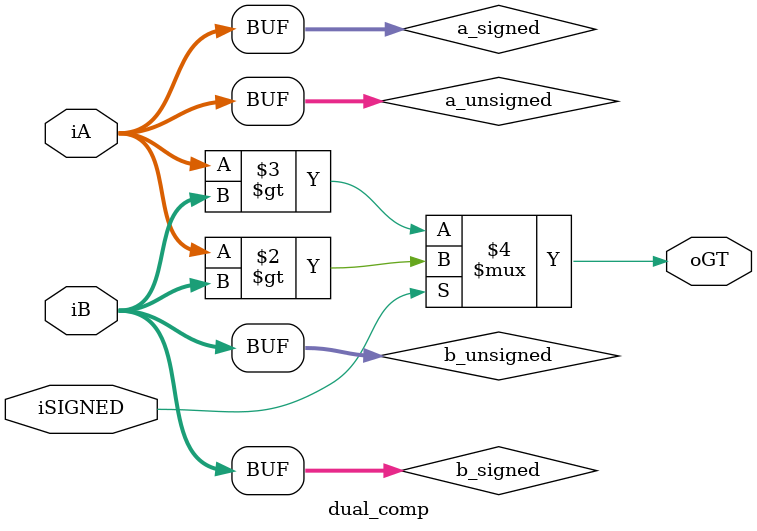
<source format=v>
module dual_comp
	#(
		parameter W = 8
	)
	(
		input wire [W-1:0] iA, iB,
		input wire iSIGNED,
		output reg oGT
	);
	
	reg signed [W-1:0] a_signed, b_signed;
	reg [W-1:0] a_unsigned, b_unsigned;

	always @*
	begin
		a_signed = $signed(iA);
		b_signed = $signed(iB);
		a_unsigned = iA;
		b_unsigned = iB;

		oGT = (iSIGNED) ? a_signed > b_signed :
		                  a_unsigned > b_unsigned ;
	end
endmodule

</source>
